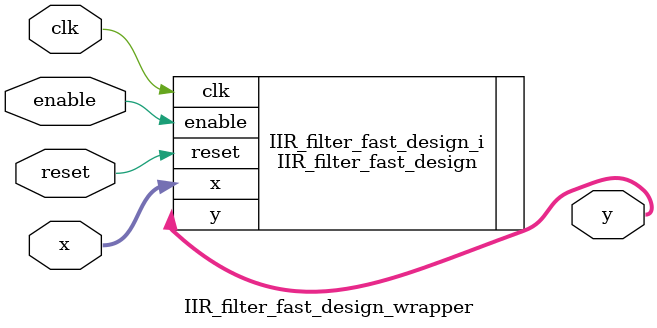
<source format=v>
`timescale 1 ps / 1 ps

module IIR_filter_fast_design_wrapper
   (clk,
    enable,
    reset,
    x,
    y);
  input clk;
  input enable;
  input reset;
  input [15:0]x;
  output [15:0]y;

  wire clk;
  wire enable;
  wire reset;
  wire [15:0]x;
  wire [15:0]y;

  IIR_filter_fast_design IIR_filter_fast_design_i
       (.clk(clk),
        .enable(enable),
        .reset(reset),
        .x(x),
        .y(y));
endmodule

</source>
